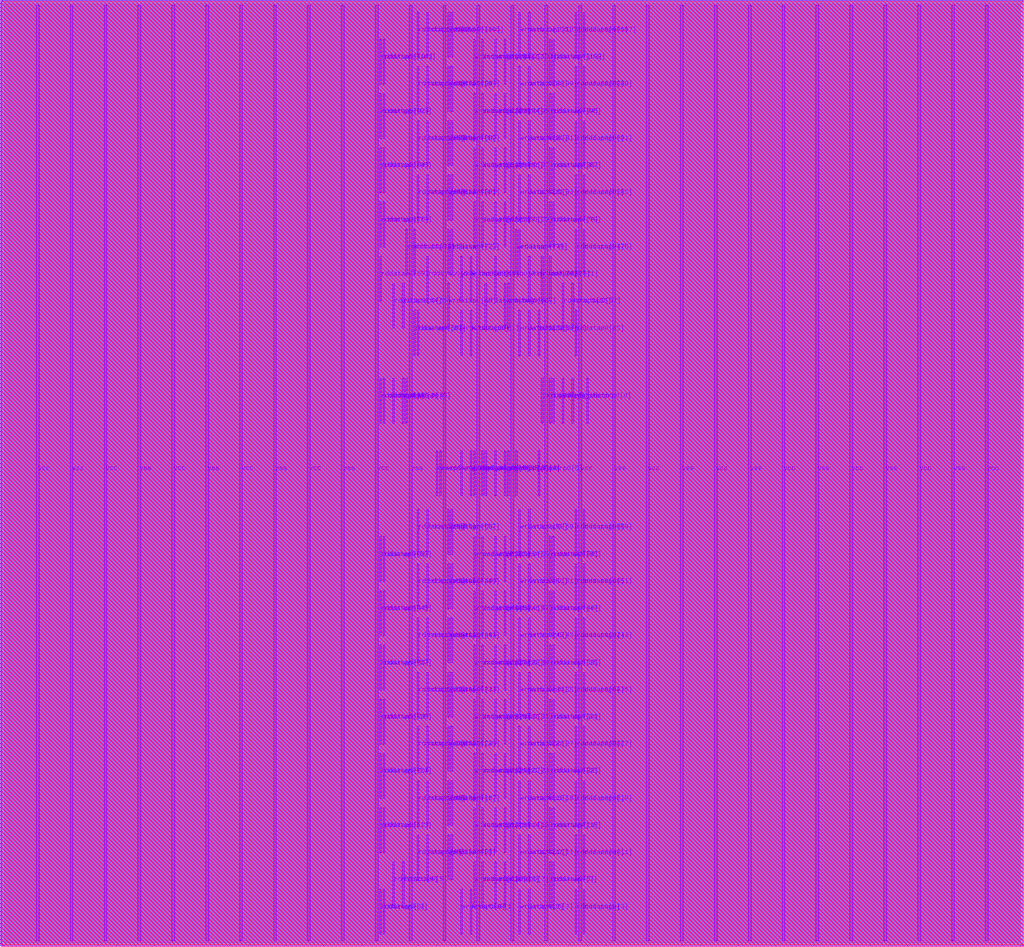
<source format=lef>
VERSION 5.8 ;
BUSBITCHARS "[]" ;
DIVIDERCHAR "/" ;

UNITS
  DATABASE MICRONS 4000 ;
END UNITS

MANUFACTURINGGRID 0.0005 ;

MACRO arf104b064e1r1w0cbbehbaa4acw
  CLASS BLOCK ;
  ORIGIN 0 0 ;
  FOREIGN arf104b064e1r1w0cbbehbaa4acw 0 0 ;
  SIZE 27 BY 24.96 ;
  PIN ckrdp0
    DIRECTION INPUT ;
    USE SIGNAL ;
    PORT
      LAYER m7 ;
        RECT 14.272 13.8 14.316 15 ;
    END
  END ckrdp0
  PIN ckwrp0
    DIRECTION INPUT ;
    USE SIGNAL ;
    PORT
      LAYER m7 ;
        RECT 11.484 11.88 11.528 13.08 ;
    END
  END ckwrp0
  PIN rdaddrp0[0]
    DIRECTION INPUT ;
    USE SIGNAL ;
    PORT
      LAYER m7 ;
        RECT 15.472 13.8 15.516 15 ;
    END
  END rdaddrp0[0]
  PIN rdaddrp0[1]
    DIRECTION INPUT ;
    USE SIGNAL ;
    PORT
      LAYER m7 ;
        RECT 9.984 13.8 10.028 15 ;
    END
  END rdaddrp0[1]
  PIN rdaddrp0[2]
    DIRECTION INPUT ;
    USE SIGNAL ;
    PORT
      LAYER m7 ;
        RECT 10.072 13.8 10.116 15 ;
    END
  END rdaddrp0[2]
  PIN rdaddrp0[3]
    DIRECTION INPUT ;
    USE SIGNAL ;
    PORT
      LAYER m7 ;
        RECT 10.328 13.8 10.372 15 ;
    END
  END rdaddrp0[3]
  PIN rdaddrp0[4]
    DIRECTION INPUT ;
    USE SIGNAL ;
    PORT
      LAYER m7 ;
        RECT 10.584 13.8 10.628 15 ;
    END
  END rdaddrp0[4]
  PIN rdaddrp0[5]
    DIRECTION INPUT ;
    USE SIGNAL ;
    PORT
      LAYER m7 ;
        RECT 10.672 13.8 10.716 15 ;
    END
  END rdaddrp0[5]
  PIN rdaddrp0_fd
    DIRECTION INPUT ;
    USE SIGNAL ;
    PORT
      LAYER m7 ;
        RECT 14.484 13.8 14.528 15 ;
    END
  END rdaddrp0_fd
  PIN rdaddrp0_rd
    DIRECTION INPUT ;
    USE SIGNAL ;
    PORT
      LAYER m7 ;
        RECT 14.572 13.8 14.616 15 ;
    END
  END rdaddrp0_rd
  PIN rddatap0[0]
    DIRECTION OUTPUT ;
    USE SIGNAL ;
    PORT
      LAYER m7 ;
        RECT 9.984 0.24 10.028 1.44 ;
    END
  END rddatap0[0]
  PIN rddatap0[100]
    DIRECTION OUTPUT ;
    USE SIGNAL ;
    PORT
      LAYER m7 ;
        RECT 9.984 22.8 10.028 24 ;
    END
  END rddatap0[100]
  PIN rddatap0[101]
    DIRECTION OUTPUT ;
    USE SIGNAL ;
    PORT
      LAYER m7 ;
        RECT 10.072 22.8 10.116 24 ;
    END
  END rddatap0[101]
  PIN rddatap0[102]
    DIRECTION OUTPUT ;
    USE SIGNAL ;
    PORT
      LAYER m7 ;
        RECT 14.484 22.8 14.528 24 ;
    END
  END rddatap0[102]
  PIN rddatap0[103]
    DIRECTION OUTPUT ;
    USE SIGNAL ;
    PORT
      LAYER m7 ;
        RECT 14.572 22.8 14.616 24 ;
    END
  END rddatap0[103]
  PIN rddatap0[104]
    DIRECTION OUTPUT ;
    USE SIGNAL ;
    PORT
      LAYER m7 ;
        RECT 10.972 23.52 11.016 24.72 ;
    END
  END rddatap0[104]
  PIN rddatap0[105]
    DIRECTION OUTPUT ;
    USE SIGNAL ;
    PORT
      LAYER m7 ;
        RECT 11.228 23.52 11.272 24.72 ;
    END
  END rddatap0[105]
  PIN rddatap0[106]
    DIRECTION OUTPUT ;
    USE SIGNAL ;
    PORT
      LAYER m7 ;
        RECT 15.172 23.52 15.216 24.72 ;
    END
  END rddatap0[106]
  PIN rddatap0[107]
    DIRECTION OUTPUT ;
    USE SIGNAL ;
    PORT
      LAYER m7 ;
        RECT 15.384 23.52 15.428 24.72 ;
    END
  END rddatap0[107]
  PIN rddatap0[10]
    DIRECTION OUTPUT ;
    USE SIGNAL ;
    PORT
      LAYER m7 ;
        RECT 15.172 1.68 15.216 2.88 ;
    END
  END rddatap0[10]
  PIN rddatap0[11]
    DIRECTION OUTPUT ;
    USE SIGNAL ;
    PORT
      LAYER m7 ;
        RECT 15.384 1.68 15.428 2.88 ;
    END
  END rddatap0[11]
  PIN rddatap0[12]
    DIRECTION OUTPUT ;
    USE SIGNAL ;
    PORT
      LAYER m7 ;
        RECT 9.984 2.4 10.028 3.6 ;
    END
  END rddatap0[12]
  PIN rddatap0[13]
    DIRECTION OUTPUT ;
    USE SIGNAL ;
    PORT
      LAYER m7 ;
        RECT 10.072 2.4 10.116 3.6 ;
    END
  END rddatap0[13]
  PIN rddatap0[14]
    DIRECTION OUTPUT ;
    USE SIGNAL ;
    PORT
      LAYER m7 ;
        RECT 14.484 2.4 14.528 3.6 ;
    END
  END rddatap0[14]
  PIN rddatap0[15]
    DIRECTION OUTPUT ;
    USE SIGNAL ;
    PORT
      LAYER m7 ;
        RECT 14.572 2.4 14.616 3.6 ;
    END
  END rddatap0[15]
  PIN rddatap0[16]
    DIRECTION OUTPUT ;
    USE SIGNAL ;
    PORT
      LAYER m7 ;
        RECT 10.972 3.12 11.016 4.32 ;
    END
  END rddatap0[16]
  PIN rddatap0[17]
    DIRECTION OUTPUT ;
    USE SIGNAL ;
    PORT
      LAYER m7 ;
        RECT 11.228 3.12 11.272 4.32 ;
    END
  END rddatap0[17]
  PIN rddatap0[18]
    DIRECTION OUTPUT ;
    USE SIGNAL ;
    PORT
      LAYER m7 ;
        RECT 15.172 3.12 15.216 4.32 ;
    END
  END rddatap0[18]
  PIN rddatap0[19]
    DIRECTION OUTPUT ;
    USE SIGNAL ;
    PORT
      LAYER m7 ;
        RECT 15.384 3.12 15.428 4.32 ;
    END
  END rddatap0[19]
  PIN rddatap0[1]
    DIRECTION OUTPUT ;
    USE SIGNAL ;
    PORT
      LAYER m7 ;
        RECT 10.072 0.24 10.116 1.44 ;
    END
  END rddatap0[1]
  PIN rddatap0[20]
    DIRECTION OUTPUT ;
    USE SIGNAL ;
    PORT
      LAYER m7 ;
        RECT 9.984 3.84 10.028 5.04 ;
    END
  END rddatap0[20]
  PIN rddatap0[21]
    DIRECTION OUTPUT ;
    USE SIGNAL ;
    PORT
      LAYER m7 ;
        RECT 10.072 3.84 10.116 5.04 ;
    END
  END rddatap0[21]
  PIN rddatap0[22]
    DIRECTION OUTPUT ;
    USE SIGNAL ;
    PORT
      LAYER m7 ;
        RECT 14.484 3.84 14.528 5.04 ;
    END
  END rddatap0[22]
  PIN rddatap0[23]
    DIRECTION OUTPUT ;
    USE SIGNAL ;
    PORT
      LAYER m7 ;
        RECT 14.572 3.84 14.616 5.04 ;
    END
  END rddatap0[23]
  PIN rddatap0[24]
    DIRECTION OUTPUT ;
    USE SIGNAL ;
    PORT
      LAYER m7 ;
        RECT 10.972 4.56 11.016 5.76 ;
    END
  END rddatap0[24]
  PIN rddatap0[25]
    DIRECTION OUTPUT ;
    USE SIGNAL ;
    PORT
      LAYER m7 ;
        RECT 11.228 4.56 11.272 5.76 ;
    END
  END rddatap0[25]
  PIN rddatap0[26]
    DIRECTION OUTPUT ;
    USE SIGNAL ;
    PORT
      LAYER m7 ;
        RECT 15.172 4.56 15.216 5.76 ;
    END
  END rddatap0[26]
  PIN rddatap0[27]
    DIRECTION OUTPUT ;
    USE SIGNAL ;
    PORT
      LAYER m7 ;
        RECT 15.384 4.56 15.428 5.76 ;
    END
  END rddatap0[27]
  PIN rddatap0[28]
    DIRECTION OUTPUT ;
    USE SIGNAL ;
    PORT
      LAYER m7 ;
        RECT 9.984 5.28 10.028 6.48 ;
    END
  END rddatap0[28]
  PIN rddatap0[29]
    DIRECTION OUTPUT ;
    USE SIGNAL ;
    PORT
      LAYER m7 ;
        RECT 10.072 5.28 10.116 6.48 ;
    END
  END rddatap0[29]
  PIN rddatap0[2]
    DIRECTION OUTPUT ;
    USE SIGNAL ;
    PORT
      LAYER m7 ;
        RECT 15.172 0.24 15.216 1.44 ;
    END
  END rddatap0[2]
  PIN rddatap0[30]
    DIRECTION OUTPUT ;
    USE SIGNAL ;
    PORT
      LAYER m7 ;
        RECT 14.484 5.28 14.528 6.48 ;
    END
  END rddatap0[30]
  PIN rddatap0[31]
    DIRECTION OUTPUT ;
    USE SIGNAL ;
    PORT
      LAYER m7 ;
        RECT 14.572 5.28 14.616 6.48 ;
    END
  END rddatap0[31]
  PIN rddatap0[32]
    DIRECTION OUTPUT ;
    USE SIGNAL ;
    PORT
      LAYER m7 ;
        RECT 10.972 6 11.016 7.2 ;
    END
  END rddatap0[32]
  PIN rddatap0[33]
    DIRECTION OUTPUT ;
    USE SIGNAL ;
    PORT
      LAYER m7 ;
        RECT 11.228 6 11.272 7.2 ;
    END
  END rddatap0[33]
  PIN rddatap0[34]
    DIRECTION OUTPUT ;
    USE SIGNAL ;
    PORT
      LAYER m7 ;
        RECT 15.172 6 15.216 7.2 ;
    END
  END rddatap0[34]
  PIN rddatap0[35]
    DIRECTION OUTPUT ;
    USE SIGNAL ;
    PORT
      LAYER m7 ;
        RECT 15.384 6 15.428 7.2 ;
    END
  END rddatap0[35]
  PIN rddatap0[36]
    DIRECTION OUTPUT ;
    USE SIGNAL ;
    PORT
      LAYER m7 ;
        RECT 9.984 6.72 10.028 7.92 ;
    END
  END rddatap0[36]
  PIN rddatap0[37]
    DIRECTION OUTPUT ;
    USE SIGNAL ;
    PORT
      LAYER m7 ;
        RECT 10.072 6.72 10.116 7.92 ;
    END
  END rddatap0[37]
  PIN rddatap0[38]
    DIRECTION OUTPUT ;
    USE SIGNAL ;
    PORT
      LAYER m7 ;
        RECT 14.484 6.72 14.528 7.92 ;
    END
  END rddatap0[38]
  PIN rddatap0[39]
    DIRECTION OUTPUT ;
    USE SIGNAL ;
    PORT
      LAYER m7 ;
        RECT 14.572 6.72 14.616 7.92 ;
    END
  END rddatap0[39]
  PIN rddatap0[3]
    DIRECTION OUTPUT ;
    USE SIGNAL ;
    PORT
      LAYER m7 ;
        RECT 15.384 0.24 15.428 1.44 ;
    END
  END rddatap0[3]
  PIN rddatap0[40]
    DIRECTION OUTPUT ;
    USE SIGNAL ;
    PORT
      LAYER m7 ;
        RECT 10.972 7.44 11.016 8.64 ;
    END
  END rddatap0[40]
  PIN rddatap0[41]
    DIRECTION OUTPUT ;
    USE SIGNAL ;
    PORT
      LAYER m7 ;
        RECT 11.228 7.44 11.272 8.64 ;
    END
  END rddatap0[41]
  PIN rddatap0[42]
    DIRECTION OUTPUT ;
    USE SIGNAL ;
    PORT
      LAYER m7 ;
        RECT 15.172 7.44 15.216 8.64 ;
    END
  END rddatap0[42]
  PIN rddatap0[43]
    DIRECTION OUTPUT ;
    USE SIGNAL ;
    PORT
      LAYER m7 ;
        RECT 15.384 7.44 15.428 8.64 ;
    END
  END rddatap0[43]
  PIN rddatap0[44]
    DIRECTION OUTPUT ;
    USE SIGNAL ;
    PORT
      LAYER m7 ;
        RECT 9.984 8.16 10.028 9.36 ;
    END
  END rddatap0[44]
  PIN rddatap0[45]
    DIRECTION OUTPUT ;
    USE SIGNAL ;
    PORT
      LAYER m7 ;
        RECT 10.072 8.16 10.116 9.36 ;
    END
  END rddatap0[45]
  PIN rddatap0[46]
    DIRECTION OUTPUT ;
    USE SIGNAL ;
    PORT
      LAYER m7 ;
        RECT 14.484 8.16 14.528 9.36 ;
    END
  END rddatap0[46]
  PIN rddatap0[47]
    DIRECTION OUTPUT ;
    USE SIGNAL ;
    PORT
      LAYER m7 ;
        RECT 14.572 8.16 14.616 9.36 ;
    END
  END rddatap0[47]
  PIN rddatap0[48]
    DIRECTION OUTPUT ;
    USE SIGNAL ;
    PORT
      LAYER m7 ;
        RECT 10.972 8.88 11.016 10.08 ;
    END
  END rddatap0[48]
  PIN rddatap0[49]
    DIRECTION OUTPUT ;
    USE SIGNAL ;
    PORT
      LAYER m7 ;
        RECT 11.228 8.88 11.272 10.08 ;
    END
  END rddatap0[49]
  PIN rddatap0[4]
    DIRECTION OUTPUT ;
    USE SIGNAL ;
    PORT
      LAYER m7 ;
        RECT 10.328 0.96 10.372 2.16 ;
    END
  END rddatap0[4]
  PIN rddatap0[50]
    DIRECTION OUTPUT ;
    USE SIGNAL ;
    PORT
      LAYER m7 ;
        RECT 15.172 8.88 15.216 10.08 ;
    END
  END rddatap0[50]
  PIN rddatap0[51]
    DIRECTION OUTPUT ;
    USE SIGNAL ;
    PORT
      LAYER m7 ;
        RECT 15.384 8.88 15.428 10.08 ;
    END
  END rddatap0[51]
  PIN rddatap0[52]
    DIRECTION OUTPUT ;
    USE SIGNAL ;
    PORT
      LAYER m7 ;
        RECT 9.984 9.6 10.028 10.8 ;
    END
  END rddatap0[52]
  PIN rddatap0[53]
    DIRECTION OUTPUT ;
    USE SIGNAL ;
    PORT
      LAYER m7 ;
        RECT 10.072 9.6 10.116 10.8 ;
    END
  END rddatap0[53]
  PIN rddatap0[54]
    DIRECTION OUTPUT ;
    USE SIGNAL ;
    PORT
      LAYER m7 ;
        RECT 14.484 9.6 14.528 10.8 ;
    END
  END rddatap0[54]
  PIN rddatap0[55]
    DIRECTION OUTPUT ;
    USE SIGNAL ;
    PORT
      LAYER m7 ;
        RECT 14.572 9.6 14.616 10.8 ;
    END
  END rddatap0[55]
  PIN rddatap0[56]
    DIRECTION OUTPUT ;
    USE SIGNAL ;
    PORT
      LAYER m7 ;
        RECT 10.972 10.32 11.016 11.52 ;
    END
  END rddatap0[56]
  PIN rddatap0[57]
    DIRECTION OUTPUT ;
    USE SIGNAL ;
    PORT
      LAYER m7 ;
        RECT 11.228 10.32 11.272 11.52 ;
    END
  END rddatap0[57]
  PIN rddatap0[58]
    DIRECTION OUTPUT ;
    USE SIGNAL ;
    PORT
      LAYER m7 ;
        RECT 15.172 10.32 15.216 11.52 ;
    END
  END rddatap0[58]
  PIN rddatap0[59]
    DIRECTION OUTPUT ;
    USE SIGNAL ;
    PORT
      LAYER m7 ;
        RECT 15.384 10.32 15.428 11.52 ;
    END
  END rddatap0[59]
  PIN rddatap0[5]
    DIRECTION OUTPUT ;
    USE SIGNAL ;
    PORT
      LAYER m7 ;
        RECT 10.584 0.96 10.628 2.16 ;
    END
  END rddatap0[5]
  PIN rddatap0[60]
    DIRECTION OUTPUT ;
    USE SIGNAL ;
    PORT
      LAYER m7 ;
        RECT 10.884 15.6 10.928 16.8 ;
    END
  END rddatap0[60]
  PIN rddatap0[61]
    DIRECTION OUTPUT ;
    USE SIGNAL ;
    PORT
      LAYER m7 ;
        RECT 10.972 15.6 11.016 16.8 ;
    END
  END rddatap0[61]
  PIN rddatap0[62]
    DIRECTION OUTPUT ;
    USE SIGNAL ;
    PORT
      LAYER m7 ;
        RECT 14.184 15.6 14.228 16.8 ;
    END
  END rddatap0[62]
  PIN rddatap0[63]
    DIRECTION OUTPUT ;
    USE SIGNAL ;
    PORT
      LAYER m7 ;
        RECT 15.172 15.6 15.216 16.8 ;
    END
  END rddatap0[63]
  PIN rddatap0[64]
    DIRECTION OUTPUT ;
    USE SIGNAL ;
    PORT
      LAYER m7 ;
        RECT 10.328 16.32 10.372 17.52 ;
    END
  END rddatap0[64]
  PIN rddatap0[65]
    DIRECTION OUTPUT ;
    USE SIGNAL ;
    PORT
      LAYER m7 ;
        RECT 10.584 16.32 10.628 17.52 ;
    END
  END rddatap0[65]
  PIN rddatap0[66]
    DIRECTION OUTPUT ;
    USE SIGNAL ;
    PORT
      LAYER m7 ;
        RECT 14.828 16.32 14.872 17.52 ;
    END
  END rddatap0[66]
  PIN rddatap0[67]
    DIRECTION OUTPUT ;
    USE SIGNAL ;
    PORT
      LAYER m7 ;
        RECT 15.084 16.32 15.128 17.52 ;
    END
  END rddatap0[67]
  PIN rddatap0[68]
    DIRECTION OUTPUT ;
    USE SIGNAL ;
    PORT
      LAYER m7 ;
        RECT 11.228 17.04 11.272 18.24 ;
    END
  END rddatap0[68]
  PIN rddatap0[69]
    DIRECTION OUTPUT ;
    USE SIGNAL ;
    PORT
      LAYER m7 ;
        RECT 9.984 17.04 10.028 18.24 ;
    END
  END rddatap0[69]
  PIN rddatap0[6]
    DIRECTION OUTPUT ;
    USE SIGNAL ;
    PORT
      LAYER m7 ;
        RECT 14.484 0.96 14.528 2.16 ;
    END
  END rddatap0[6]
  PIN rddatap0[70]
    DIRECTION OUTPUT ;
    USE SIGNAL ;
    PORT
      LAYER m7 ;
        RECT 14.272 17.04 14.316 18.24 ;
    END
  END rddatap0[70]
  PIN rddatap0[71]
    DIRECTION OUTPUT ;
    USE SIGNAL ;
    PORT
      LAYER m7 ;
        RECT 14.484 17.04 14.528 18.24 ;
    END
  END rddatap0[71]
  PIN rddatap0[72]
    DIRECTION OUTPUT ;
    USE SIGNAL ;
    PORT
      LAYER m7 ;
        RECT 10.672 17.76 10.716 18.96 ;
    END
  END rddatap0[72]
  PIN rddatap0[73]
    DIRECTION OUTPUT ;
    USE SIGNAL ;
    PORT
      LAYER m7 ;
        RECT 10.884 17.76 10.928 18.96 ;
    END
  END rddatap0[73]
  PIN rddatap0[74]
    DIRECTION OUTPUT ;
    USE SIGNAL ;
    PORT
      LAYER m7 ;
        RECT 15.172 17.76 15.216 18.96 ;
    END
  END rddatap0[74]
  PIN rddatap0[75]
    DIRECTION OUTPUT ;
    USE SIGNAL ;
    PORT
      LAYER m7 ;
        RECT 15.384 17.76 15.428 18.96 ;
    END
  END rddatap0[75]
  PIN rddatap0[76]
    DIRECTION OUTPUT ;
    USE SIGNAL ;
    PORT
      LAYER m7 ;
        RECT 9.984 18.48 10.028 19.68 ;
    END
  END rddatap0[76]
  PIN rddatap0[77]
    DIRECTION OUTPUT ;
    USE SIGNAL ;
    PORT
      LAYER m7 ;
        RECT 10.072 18.48 10.116 19.68 ;
    END
  END rddatap0[77]
  PIN rddatap0[78]
    DIRECTION OUTPUT ;
    USE SIGNAL ;
    PORT
      LAYER m7 ;
        RECT 14.484 18.48 14.528 19.68 ;
    END
  END rddatap0[78]
  PIN rddatap0[79]
    DIRECTION OUTPUT ;
    USE SIGNAL ;
    PORT
      LAYER m7 ;
        RECT 14.572 18.48 14.616 19.68 ;
    END
  END rddatap0[79]
  PIN rddatap0[7]
    DIRECTION OUTPUT ;
    USE SIGNAL ;
    PORT
      LAYER m7 ;
        RECT 14.572 0.96 14.616 2.16 ;
    END
  END rddatap0[7]
  PIN rddatap0[80]
    DIRECTION OUTPUT ;
    USE SIGNAL ;
    PORT
      LAYER m7 ;
        RECT 10.972 19.2 11.016 20.4 ;
    END
  END rddatap0[80]
  PIN rddatap0[81]
    DIRECTION OUTPUT ;
    USE SIGNAL ;
    PORT
      LAYER m7 ;
        RECT 11.228 19.2 11.272 20.4 ;
    END
  END rddatap0[81]
  PIN rddatap0[82]
    DIRECTION OUTPUT ;
    USE SIGNAL ;
    PORT
      LAYER m7 ;
        RECT 15.172 19.2 15.216 20.4 ;
    END
  END rddatap0[82]
  PIN rddatap0[83]
    DIRECTION OUTPUT ;
    USE SIGNAL ;
    PORT
      LAYER m7 ;
        RECT 15.384 19.2 15.428 20.4 ;
    END
  END rddatap0[83]
  PIN rddatap0[84]
    DIRECTION OUTPUT ;
    USE SIGNAL ;
    PORT
      LAYER m7 ;
        RECT 9.984 19.92 10.028 21.12 ;
    END
  END rddatap0[84]
  PIN rddatap0[85]
    DIRECTION OUTPUT ;
    USE SIGNAL ;
    PORT
      LAYER m7 ;
        RECT 10.072 19.92 10.116 21.12 ;
    END
  END rddatap0[85]
  PIN rddatap0[86]
    DIRECTION OUTPUT ;
    USE SIGNAL ;
    PORT
      LAYER m7 ;
        RECT 14.484 19.92 14.528 21.12 ;
    END
  END rddatap0[86]
  PIN rddatap0[87]
    DIRECTION OUTPUT ;
    USE SIGNAL ;
    PORT
      LAYER m7 ;
        RECT 14.572 19.92 14.616 21.12 ;
    END
  END rddatap0[87]
  PIN rddatap0[88]
    DIRECTION OUTPUT ;
    USE SIGNAL ;
    PORT
      LAYER m7 ;
        RECT 10.972 20.64 11.016 21.84 ;
    END
  END rddatap0[88]
  PIN rddatap0[89]
    DIRECTION OUTPUT ;
    USE SIGNAL ;
    PORT
      LAYER m7 ;
        RECT 11.228 20.64 11.272 21.84 ;
    END
  END rddatap0[89]
  PIN rddatap0[8]
    DIRECTION OUTPUT ;
    USE SIGNAL ;
    PORT
      LAYER m7 ;
        RECT 10.972 1.68 11.016 2.88 ;
    END
  END rddatap0[8]
  PIN rddatap0[90]
    DIRECTION OUTPUT ;
    USE SIGNAL ;
    PORT
      LAYER m7 ;
        RECT 15.172 20.64 15.216 21.84 ;
    END
  END rddatap0[90]
  PIN rddatap0[91]
    DIRECTION OUTPUT ;
    USE SIGNAL ;
    PORT
      LAYER m7 ;
        RECT 15.384 20.64 15.428 21.84 ;
    END
  END rddatap0[91]
  PIN rddatap0[92]
    DIRECTION OUTPUT ;
    USE SIGNAL ;
    PORT
      LAYER m7 ;
        RECT 9.984 21.36 10.028 22.56 ;
    END
  END rddatap0[92]
  PIN rddatap0[93]
    DIRECTION OUTPUT ;
    USE SIGNAL ;
    PORT
      LAYER m7 ;
        RECT 10.072 21.36 10.116 22.56 ;
    END
  END rddatap0[93]
  PIN rddatap0[94]
    DIRECTION OUTPUT ;
    USE SIGNAL ;
    PORT
      LAYER m7 ;
        RECT 14.484 21.36 14.528 22.56 ;
    END
  END rddatap0[94]
  PIN rddatap0[95]
    DIRECTION OUTPUT ;
    USE SIGNAL ;
    PORT
      LAYER m7 ;
        RECT 14.572 21.36 14.616 22.56 ;
    END
  END rddatap0[95]
  PIN rddatap0[96]
    DIRECTION OUTPUT ;
    USE SIGNAL ;
    PORT
      LAYER m7 ;
        RECT 10.972 22.08 11.016 23.28 ;
    END
  END rddatap0[96]
  PIN rddatap0[97]
    DIRECTION OUTPUT ;
    USE SIGNAL ;
    PORT
      LAYER m7 ;
        RECT 11.228 22.08 11.272 23.28 ;
    END
  END rddatap0[97]
  PIN rddatap0[98]
    DIRECTION OUTPUT ;
    USE SIGNAL ;
    PORT
      LAYER m7 ;
        RECT 15.172 22.08 15.216 23.28 ;
    END
  END rddatap0[98]
  PIN rddatap0[99]
    DIRECTION OUTPUT ;
    USE SIGNAL ;
    PORT
      LAYER m7 ;
        RECT 15.384 22.08 15.428 23.28 ;
    END
  END rddatap0[99]
  PIN rddatap0[9]
    DIRECTION OUTPUT ;
    USE SIGNAL ;
    PORT
      LAYER m7 ;
        RECT 11.228 1.68 11.272 2.88 ;
    END
  END rddatap0[9]
  PIN rdenp0
    DIRECTION INPUT ;
    USE SIGNAL ;
    PORT
      LAYER m7 ;
        RECT 14.828 13.8 14.872 15 ;
    END
  END rdenp0
  PIN sdl_initp0
    DIRECTION INPUT ;
    USE SIGNAL ;
    PORT
      LAYER m7 ;
        RECT 15.084 13.8 15.128 15 ;
    END
  END sdl_initp0
  PIN vcc
    DIRECTION INPUT ;
    USE POWER ;
    PORT
      LAYER m7 ;
        RECT 26.062 0.06 26.138 24.9 ;
    END
    PORT
      LAYER m7 ;
        RECT 24.262 0.06 24.338 24.9 ;
    END
    PORT
      LAYER m7 ;
        RECT 22.462 0.06 22.538 24.9 ;
    END
    PORT
      LAYER m7 ;
        RECT 20.662 0.06 20.738 24.9 ;
    END
    PORT
      LAYER m7 ;
        RECT 18.862 0.06 18.938 24.9 ;
    END
    PORT
      LAYER m7 ;
        RECT 17.062 0.06 17.138 24.9 ;
    END
    PORT
      LAYER m7 ;
        RECT 15.262 0.06 15.338 24.9 ;
    END
    PORT
      LAYER m7 ;
        RECT 13.462 0.06 13.538 24.9 ;
    END
    PORT
      LAYER m7 ;
        RECT 11.662 0.06 11.738 24.9 ;
    END
    PORT
      LAYER m7 ;
        RECT 9.862 0.06 9.938 24.9 ;
    END
    PORT
      LAYER m7 ;
        RECT 8.062 0.06 8.138 24.9 ;
    END
    PORT
      LAYER m7 ;
        RECT 6.262 0.06 6.338 24.9 ;
    END
    PORT
      LAYER m7 ;
        RECT 4.462 0.06 4.538 24.9 ;
    END
    PORT
      LAYER m7 ;
        RECT 2.662 0.06 2.738 24.9 ;
    END
    PORT
      LAYER m7 ;
        RECT 0.862 0.06 0.938 24.9 ;
    END
  END vcc
  PIN vss
    DIRECTION INOUT ;
    USE GROUND ;
    PORT
      LAYER m7 ;
        RECT 25.162 0.06 25.238 24.9 ;
    END
    PORT
      LAYER m7 ;
        RECT 23.362 0.06 23.438 24.9 ;
    END
    PORT
      LAYER m7 ;
        RECT 21.562 0.06 21.638 24.9 ;
    END
    PORT
      LAYER m7 ;
        RECT 19.762 0.06 19.838 24.9 ;
    END
    PORT
      LAYER m7 ;
        RECT 17.962 0.06 18.038 24.9 ;
    END
    PORT
      LAYER m7 ;
        RECT 16.162 0.06 16.238 24.9 ;
    END
    PORT
      LAYER m7 ;
        RECT 14.362 0.06 14.438 24.9 ;
    END
    PORT
      LAYER m7 ;
        RECT 12.562 0.06 12.638 24.9 ;
    END
    PORT
      LAYER m7 ;
        RECT 10.762 0.06 10.838 24.9 ;
    END
    PORT
      LAYER m7 ;
        RECT 8.962 0.06 9.038 24.9 ;
    END
    PORT
      LAYER m7 ;
        RECT 7.162 0.06 7.238 24.9 ;
    END
    PORT
      LAYER m7 ;
        RECT 5.362 0.06 5.438 24.9 ;
    END
    PORT
      LAYER m7 ;
        RECT 3.562 0.06 3.638 24.9 ;
    END
    PORT
      LAYER m7 ;
        RECT 1.762 0.06 1.838 24.9 ;
    END
  END vss
  PIN wraddrp0[0]
    DIRECTION INPUT ;
    USE SIGNAL ;
    PORT
      LAYER m7 ;
        RECT 12.772 11.88 12.816 13.08 ;
    END
  END wraddrp0[0]
  PIN wraddrp0[1]
    DIRECTION INPUT ;
    USE SIGNAL ;
    PORT
      LAYER m7 ;
        RECT 13.028 11.88 13.072 13.08 ;
    END
  END wraddrp0[1]
  PIN wraddrp0[2]
    DIRECTION INPUT ;
    USE SIGNAL ;
    PORT
      LAYER m7 ;
        RECT 13.284 11.88 13.328 13.08 ;
    END
  END wraddrp0[2]
  PIN wraddrp0[3]
    DIRECTION INPUT ;
    USE SIGNAL ;
    PORT
      LAYER m7 ;
        RECT 13.372 11.88 13.416 13.08 ;
    END
  END wraddrp0[3]
  PIN wraddrp0[4]
    DIRECTION INPUT ;
    USE SIGNAL ;
    PORT
      LAYER m7 ;
        RECT 13.584 11.88 13.628 13.08 ;
    END
  END wraddrp0[4]
  PIN wraddrp0[5]
    DIRECTION INPUT ;
    USE SIGNAL ;
    PORT
      LAYER m7 ;
        RECT 14.184 11.88 14.228 13.08 ;
    END
  END wraddrp0[5]
  PIN wraddrp0_fd
    DIRECTION INPUT ;
    USE SIGNAL ;
    PORT
      LAYER m7 ;
        RECT 11.572 11.88 11.616 13.08 ;
    END
  END wraddrp0_fd
  PIN wraddrp0_rd
    DIRECTION INPUT ;
    USE SIGNAL ;
    PORT
      LAYER m7 ;
        RECT 12.128 11.88 12.172 13.08 ;
    END
  END wraddrp0_rd
  PIN wrdatap0[0]
    DIRECTION INPUT ;
    USE SIGNAL ;
    PORT
      LAYER m7 ;
        RECT 12.128 0.24 12.172 1.44 ;
    END
  END wrdatap0[0]
  PIN wrdatap0[100]
    DIRECTION INPUT ;
    USE SIGNAL ;
    PORT
      LAYER m7 ;
        RECT 12.472 22.8 12.516 24 ;
    END
  END wrdatap0[100]
  PIN wrdatap0[101]
    DIRECTION INPUT ;
    USE SIGNAL ;
    PORT
      LAYER m7 ;
        RECT 12.684 22.8 12.728 24 ;
    END
  END wrdatap0[101]
  PIN wrdatap0[102]
    DIRECTION INPUT ;
    USE SIGNAL ;
    PORT
      LAYER m7 ;
        RECT 13.028 22.8 13.072 24 ;
    END
  END wrdatap0[102]
  PIN wrdatap0[103]
    DIRECTION INPUT ;
    USE SIGNAL ;
    PORT
      LAYER m7 ;
        RECT 13.284 22.8 13.328 24 ;
    END
  END wrdatap0[103]
  PIN wrdatap0[104]
    DIRECTION INPUT ;
    USE SIGNAL ;
    PORT
      LAYER m7 ;
        RECT 11.784 23.52 11.828 24.72 ;
    END
  END wrdatap0[104]
  PIN wrdatap0[105]
    DIRECTION INPUT ;
    USE SIGNAL ;
    PORT
      LAYER m7 ;
        RECT 11.872 23.52 11.916 24.72 ;
    END
  END wrdatap0[105]
  PIN wrdatap0[106]
    DIRECTION INPUT ;
    USE SIGNAL ;
    PORT
      LAYER m7 ;
        RECT 13.672 23.52 13.716 24.72 ;
    END
  END wrdatap0[106]
  PIN wrdatap0[107]
    DIRECTION INPUT ;
    USE SIGNAL ;
    PORT
      LAYER m7 ;
        RECT 13.928 23.52 13.972 24.72 ;
    END
  END wrdatap0[107]
  PIN wrdatap0[10]
    DIRECTION INPUT ;
    USE SIGNAL ;
    PORT
      LAYER m7 ;
        RECT 13.672 1.68 13.716 2.88 ;
    END
  END wrdatap0[10]
  PIN wrdatap0[11]
    DIRECTION INPUT ;
    USE SIGNAL ;
    PORT
      LAYER m7 ;
        RECT 13.928 1.68 13.972 2.88 ;
    END
  END wrdatap0[11]
  PIN wrdatap0[12]
    DIRECTION INPUT ;
    USE SIGNAL ;
    PORT
      LAYER m7 ;
        RECT 12.472 2.4 12.516 3.6 ;
    END
  END wrdatap0[12]
  PIN wrdatap0[13]
    DIRECTION INPUT ;
    USE SIGNAL ;
    PORT
      LAYER m7 ;
        RECT 12.684 2.4 12.728 3.6 ;
    END
  END wrdatap0[13]
  PIN wrdatap0[14]
    DIRECTION INPUT ;
    USE SIGNAL ;
    PORT
      LAYER m7 ;
        RECT 13.028 2.4 13.072 3.6 ;
    END
  END wrdatap0[14]
  PIN wrdatap0[15]
    DIRECTION INPUT ;
    USE SIGNAL ;
    PORT
      LAYER m7 ;
        RECT 13.284 2.4 13.328 3.6 ;
    END
  END wrdatap0[15]
  PIN wrdatap0[16]
    DIRECTION INPUT ;
    USE SIGNAL ;
    PORT
      LAYER m7 ;
        RECT 11.784 3.12 11.828 4.32 ;
    END
  END wrdatap0[16]
  PIN wrdatap0[17]
    DIRECTION INPUT ;
    USE SIGNAL ;
    PORT
      LAYER m7 ;
        RECT 11.872 3.12 11.916 4.32 ;
    END
  END wrdatap0[17]
  PIN wrdatap0[18]
    DIRECTION INPUT ;
    USE SIGNAL ;
    PORT
      LAYER m7 ;
        RECT 13.672 3.12 13.716 4.32 ;
    END
  END wrdatap0[18]
  PIN wrdatap0[19]
    DIRECTION INPUT ;
    USE SIGNAL ;
    PORT
      LAYER m7 ;
        RECT 13.928 3.12 13.972 4.32 ;
    END
  END wrdatap0[19]
  PIN wrdatap0[1]
    DIRECTION INPUT ;
    USE SIGNAL ;
    PORT
      LAYER m7 ;
        RECT 12.384 0.24 12.428 1.44 ;
    END
  END wrdatap0[1]
  PIN wrdatap0[20]
    DIRECTION INPUT ;
    USE SIGNAL ;
    PORT
      LAYER m7 ;
        RECT 12.472 3.84 12.516 5.04 ;
    END
  END wrdatap0[20]
  PIN wrdatap0[21]
    DIRECTION INPUT ;
    USE SIGNAL ;
    PORT
      LAYER m7 ;
        RECT 12.684 3.84 12.728 5.04 ;
    END
  END wrdatap0[21]
  PIN wrdatap0[22]
    DIRECTION INPUT ;
    USE SIGNAL ;
    PORT
      LAYER m7 ;
        RECT 13.028 3.84 13.072 5.04 ;
    END
  END wrdatap0[22]
  PIN wrdatap0[23]
    DIRECTION INPUT ;
    USE SIGNAL ;
    PORT
      LAYER m7 ;
        RECT 13.284 3.84 13.328 5.04 ;
    END
  END wrdatap0[23]
  PIN wrdatap0[24]
    DIRECTION INPUT ;
    USE SIGNAL ;
    PORT
      LAYER m7 ;
        RECT 11.784 4.56 11.828 5.76 ;
    END
  END wrdatap0[24]
  PIN wrdatap0[25]
    DIRECTION INPUT ;
    USE SIGNAL ;
    PORT
      LAYER m7 ;
        RECT 11.872 4.56 11.916 5.76 ;
    END
  END wrdatap0[25]
  PIN wrdatap0[26]
    DIRECTION INPUT ;
    USE SIGNAL ;
    PORT
      LAYER m7 ;
        RECT 13.672 4.56 13.716 5.76 ;
    END
  END wrdatap0[26]
  PIN wrdatap0[27]
    DIRECTION INPUT ;
    USE SIGNAL ;
    PORT
      LAYER m7 ;
        RECT 13.928 4.56 13.972 5.76 ;
    END
  END wrdatap0[27]
  PIN wrdatap0[28]
    DIRECTION INPUT ;
    USE SIGNAL ;
    PORT
      LAYER m7 ;
        RECT 12.472 5.28 12.516 6.48 ;
    END
  END wrdatap0[28]
  PIN wrdatap0[29]
    DIRECTION INPUT ;
    USE SIGNAL ;
    PORT
      LAYER m7 ;
        RECT 12.684 5.28 12.728 6.48 ;
    END
  END wrdatap0[29]
  PIN wrdatap0[2]
    DIRECTION INPUT ;
    USE SIGNAL ;
    PORT
      LAYER m7 ;
        RECT 13.672 0.24 13.716 1.44 ;
    END
  END wrdatap0[2]
  PIN wrdatap0[30]
    DIRECTION INPUT ;
    USE SIGNAL ;
    PORT
      LAYER m7 ;
        RECT 13.028 5.28 13.072 6.48 ;
    END
  END wrdatap0[30]
  PIN wrdatap0[31]
    DIRECTION INPUT ;
    USE SIGNAL ;
    PORT
      LAYER m7 ;
        RECT 13.284 5.28 13.328 6.48 ;
    END
  END wrdatap0[31]
  PIN wrdatap0[32]
    DIRECTION INPUT ;
    USE SIGNAL ;
    PORT
      LAYER m7 ;
        RECT 11.784 6 11.828 7.2 ;
    END
  END wrdatap0[32]
  PIN wrdatap0[33]
    DIRECTION INPUT ;
    USE SIGNAL ;
    PORT
      LAYER m7 ;
        RECT 11.872 6 11.916 7.2 ;
    END
  END wrdatap0[33]
  PIN wrdatap0[34]
    DIRECTION INPUT ;
    USE SIGNAL ;
    PORT
      LAYER m7 ;
        RECT 13.672 6 13.716 7.2 ;
    END
  END wrdatap0[34]
  PIN wrdatap0[35]
    DIRECTION INPUT ;
    USE SIGNAL ;
    PORT
      LAYER m7 ;
        RECT 13.928 6 13.972 7.2 ;
    END
  END wrdatap0[35]
  PIN wrdatap0[36]
    DIRECTION INPUT ;
    USE SIGNAL ;
    PORT
      LAYER m7 ;
        RECT 12.472 6.72 12.516 7.92 ;
    END
  END wrdatap0[36]
  PIN wrdatap0[37]
    DIRECTION INPUT ;
    USE SIGNAL ;
    PORT
      LAYER m7 ;
        RECT 12.684 6.72 12.728 7.92 ;
    END
  END wrdatap0[37]
  PIN wrdatap0[38]
    DIRECTION INPUT ;
    USE SIGNAL ;
    PORT
      LAYER m7 ;
        RECT 13.028 6.72 13.072 7.92 ;
    END
  END wrdatap0[38]
  PIN wrdatap0[39]
    DIRECTION INPUT ;
    USE SIGNAL ;
    PORT
      LAYER m7 ;
        RECT 13.284 6.72 13.328 7.92 ;
    END
  END wrdatap0[39]
  PIN wrdatap0[3]
    DIRECTION INPUT ;
    USE SIGNAL ;
    PORT
      LAYER m7 ;
        RECT 13.928 0.24 13.972 1.44 ;
    END
  END wrdatap0[3]
  PIN wrdatap0[40]
    DIRECTION INPUT ;
    USE SIGNAL ;
    PORT
      LAYER m7 ;
        RECT 11.784 7.44 11.828 8.64 ;
    END
  END wrdatap0[40]
  PIN wrdatap0[41]
    DIRECTION INPUT ;
    USE SIGNAL ;
    PORT
      LAYER m7 ;
        RECT 11.872 7.44 11.916 8.64 ;
    END
  END wrdatap0[41]
  PIN wrdatap0[42]
    DIRECTION INPUT ;
    USE SIGNAL ;
    PORT
      LAYER m7 ;
        RECT 13.672 7.44 13.716 8.64 ;
    END
  END wrdatap0[42]
  PIN wrdatap0[43]
    DIRECTION INPUT ;
    USE SIGNAL ;
    PORT
      LAYER m7 ;
        RECT 13.928 7.44 13.972 8.64 ;
    END
  END wrdatap0[43]
  PIN wrdatap0[44]
    DIRECTION INPUT ;
    USE SIGNAL ;
    PORT
      LAYER m7 ;
        RECT 12.472 8.16 12.516 9.36 ;
    END
  END wrdatap0[44]
  PIN wrdatap0[45]
    DIRECTION INPUT ;
    USE SIGNAL ;
    PORT
      LAYER m7 ;
        RECT 12.684 8.16 12.728 9.36 ;
    END
  END wrdatap0[45]
  PIN wrdatap0[46]
    DIRECTION INPUT ;
    USE SIGNAL ;
    PORT
      LAYER m7 ;
        RECT 13.028 8.16 13.072 9.36 ;
    END
  END wrdatap0[46]
  PIN wrdatap0[47]
    DIRECTION INPUT ;
    USE SIGNAL ;
    PORT
      LAYER m7 ;
        RECT 13.284 8.16 13.328 9.36 ;
    END
  END wrdatap0[47]
  PIN wrdatap0[48]
    DIRECTION INPUT ;
    USE SIGNAL ;
    PORT
      LAYER m7 ;
        RECT 11.784 8.88 11.828 10.08 ;
    END
  END wrdatap0[48]
  PIN wrdatap0[49]
    DIRECTION INPUT ;
    USE SIGNAL ;
    PORT
      LAYER m7 ;
        RECT 11.872 8.88 11.916 10.08 ;
    END
  END wrdatap0[49]
  PIN wrdatap0[4]
    DIRECTION INPUT ;
    USE SIGNAL ;
    PORT
      LAYER m7 ;
        RECT 12.472 0.96 12.516 2.16 ;
    END
  END wrdatap0[4]
  PIN wrdatap0[50]
    DIRECTION INPUT ;
    USE SIGNAL ;
    PORT
      LAYER m7 ;
        RECT 13.672 8.88 13.716 10.08 ;
    END
  END wrdatap0[50]
  PIN wrdatap0[51]
    DIRECTION INPUT ;
    USE SIGNAL ;
    PORT
      LAYER m7 ;
        RECT 13.928 8.88 13.972 10.08 ;
    END
  END wrdatap0[51]
  PIN wrdatap0[52]
    DIRECTION INPUT ;
    USE SIGNAL ;
    PORT
      LAYER m7 ;
        RECT 12.472 9.6 12.516 10.8 ;
    END
  END wrdatap0[52]
  PIN wrdatap0[53]
    DIRECTION INPUT ;
    USE SIGNAL ;
    PORT
      LAYER m7 ;
        RECT 12.684 9.6 12.728 10.8 ;
    END
  END wrdatap0[53]
  PIN wrdatap0[54]
    DIRECTION INPUT ;
    USE SIGNAL ;
    PORT
      LAYER m7 ;
        RECT 13.028 9.6 13.072 10.8 ;
    END
  END wrdatap0[54]
  PIN wrdatap0[55]
    DIRECTION INPUT ;
    USE SIGNAL ;
    PORT
      LAYER m7 ;
        RECT 13.284 9.6 13.328 10.8 ;
    END
  END wrdatap0[55]
  PIN wrdatap0[56]
    DIRECTION INPUT ;
    USE SIGNAL ;
    PORT
      LAYER m7 ;
        RECT 11.784 10.32 11.828 11.52 ;
    END
  END wrdatap0[56]
  PIN wrdatap0[57]
    DIRECTION INPUT ;
    USE SIGNAL ;
    PORT
      LAYER m7 ;
        RECT 11.872 10.32 11.916 11.52 ;
    END
  END wrdatap0[57]
  PIN wrdatap0[58]
    DIRECTION INPUT ;
    USE SIGNAL ;
    PORT
      LAYER m7 ;
        RECT 13.672 10.32 13.716 11.52 ;
    END
  END wrdatap0[58]
  PIN wrdatap0[59]
    DIRECTION INPUT ;
    USE SIGNAL ;
    PORT
      LAYER m7 ;
        RECT 13.928 10.32 13.972 11.52 ;
    END
  END wrdatap0[59]
  PIN wrdatap0[5]
    DIRECTION INPUT ;
    USE SIGNAL ;
    PORT
      LAYER m7 ;
        RECT 12.684 0.96 12.728 2.16 ;
    END
  END wrdatap0[5]
  PIN wrdatap0[60]
    DIRECTION INPUT ;
    USE SIGNAL ;
    PORT
      LAYER m7 ;
        RECT 12.128 15.6 12.172 16.8 ;
    END
  END wrdatap0[60]
  PIN wrdatap0[61]
    DIRECTION INPUT ;
    USE SIGNAL ;
    PORT
      LAYER m7 ;
        RECT 12.384 15.6 12.428 16.8 ;
    END
  END wrdatap0[61]
  PIN wrdatap0[62]
    DIRECTION INPUT ;
    USE SIGNAL ;
    PORT
      LAYER m7 ;
        RECT 13.672 15.6 13.716 16.8 ;
    END
  END wrdatap0[62]
  PIN wrdatap0[63]
    DIRECTION INPUT ;
    USE SIGNAL ;
    PORT
      LAYER m7 ;
        RECT 13.928 15.6 13.972 16.8 ;
    END
  END wrdatap0[63]
  PIN wrdatap0[64]
    DIRECTION INPUT ;
    USE SIGNAL ;
    PORT
      LAYER m7 ;
        RECT 12.772 16.32 12.816 17.52 ;
    END
  END wrdatap0[64]
  PIN wrdatap0[65]
    DIRECTION INPUT ;
    USE SIGNAL ;
    PORT
      LAYER m7 ;
        RECT 11.784 16.32 11.828 17.52 ;
    END
  END wrdatap0[65]
  PIN wrdatap0[66]
    DIRECTION INPUT ;
    USE SIGNAL ;
    PORT
      LAYER m7 ;
        RECT 13.284 16.32 13.328 17.52 ;
    END
  END wrdatap0[66]
  PIN wrdatap0[67]
    DIRECTION INPUT ;
    USE SIGNAL ;
    PORT
      LAYER m7 ;
        RECT 13.372 16.32 13.416 17.52 ;
    END
  END wrdatap0[67]
  PIN wrdatap0[68]
    DIRECTION INPUT ;
    USE SIGNAL ;
    PORT
      LAYER m7 ;
        RECT 12.128 17.04 12.172 18.24 ;
    END
  END wrdatap0[68]
  PIN wrdatap0[69]
    DIRECTION INPUT ;
    USE SIGNAL ;
    PORT
      LAYER m7 ;
        RECT 12.384 17.04 12.428 18.24 ;
    END
  END wrdatap0[69]
  PIN wrdatap0[6]
    DIRECTION INPUT ;
    USE SIGNAL ;
    PORT
      LAYER m7 ;
        RECT 13.028 0.96 13.072 2.16 ;
    END
  END wrdatap0[6]
  PIN wrdatap0[70]
    DIRECTION INPUT ;
    USE SIGNAL ;
    PORT
      LAYER m7 ;
        RECT 13.928 17.04 13.972 18.24 ;
    END
  END wrdatap0[70]
  PIN wrdatap0[71]
    DIRECTION INPUT ;
    USE SIGNAL ;
    PORT
      LAYER m7 ;
        RECT 13.028 17.04 13.072 18.24 ;
    END
  END wrdatap0[71]
  PIN wrdatap0[72]
    DIRECTION INPUT ;
    USE SIGNAL ;
    PORT
      LAYER m7 ;
        RECT 11.784 17.76 11.828 18.96 ;
    END
  END wrdatap0[72]
  PIN wrdatap0[73]
    DIRECTION INPUT ;
    USE SIGNAL ;
    PORT
      LAYER m7 ;
        RECT 11.872 17.76 11.916 18.96 ;
    END
  END wrdatap0[73]
  PIN wrdatap0[74]
    DIRECTION INPUT ;
    USE SIGNAL ;
    PORT
      LAYER m7 ;
        RECT 13.584 17.76 13.628 18.96 ;
    END
  END wrdatap0[74]
  PIN wrdatap0[75]
    DIRECTION INPUT ;
    USE SIGNAL ;
    PORT
      LAYER m7 ;
        RECT 13.672 17.76 13.716 18.96 ;
    END
  END wrdatap0[75]
  PIN wrdatap0[76]
    DIRECTION INPUT ;
    USE SIGNAL ;
    PORT
      LAYER m7 ;
        RECT 12.472 18.48 12.516 19.68 ;
    END
  END wrdatap0[76]
  PIN wrdatap0[77]
    DIRECTION INPUT ;
    USE SIGNAL ;
    PORT
      LAYER m7 ;
        RECT 12.684 18.48 12.728 19.68 ;
    END
  END wrdatap0[77]
  PIN wrdatap0[78]
    DIRECTION INPUT ;
    USE SIGNAL ;
    PORT
      LAYER m7 ;
        RECT 13.028 18.48 13.072 19.68 ;
    END
  END wrdatap0[78]
  PIN wrdatap0[79]
    DIRECTION INPUT ;
    USE SIGNAL ;
    PORT
      LAYER m7 ;
        RECT 13.284 18.48 13.328 19.68 ;
    END
  END wrdatap0[79]
  PIN wrdatap0[7]
    DIRECTION INPUT ;
    USE SIGNAL ;
    PORT
      LAYER m7 ;
        RECT 13.284 0.96 13.328 2.16 ;
    END
  END wrdatap0[7]
  PIN wrdatap0[80]
    DIRECTION INPUT ;
    USE SIGNAL ;
    PORT
      LAYER m7 ;
        RECT 11.784 19.2 11.828 20.4 ;
    END
  END wrdatap0[80]
  PIN wrdatap0[81]
    DIRECTION INPUT ;
    USE SIGNAL ;
    PORT
      LAYER m7 ;
        RECT 11.872 19.2 11.916 20.4 ;
    END
  END wrdatap0[81]
  PIN wrdatap0[82]
    DIRECTION INPUT ;
    USE SIGNAL ;
    PORT
      LAYER m7 ;
        RECT 13.672 19.2 13.716 20.4 ;
    END
  END wrdatap0[82]
  PIN wrdatap0[83]
    DIRECTION INPUT ;
    USE SIGNAL ;
    PORT
      LAYER m7 ;
        RECT 13.928 19.2 13.972 20.4 ;
    END
  END wrdatap0[83]
  PIN wrdatap0[84]
    DIRECTION INPUT ;
    USE SIGNAL ;
    PORT
      LAYER m7 ;
        RECT 12.472 19.92 12.516 21.12 ;
    END
  END wrdatap0[84]
  PIN wrdatap0[85]
    DIRECTION INPUT ;
    USE SIGNAL ;
    PORT
      LAYER m7 ;
        RECT 12.684 19.92 12.728 21.12 ;
    END
  END wrdatap0[85]
  PIN wrdatap0[86]
    DIRECTION INPUT ;
    USE SIGNAL ;
    PORT
      LAYER m7 ;
        RECT 13.028 19.92 13.072 21.12 ;
    END
  END wrdatap0[86]
  PIN wrdatap0[87]
    DIRECTION INPUT ;
    USE SIGNAL ;
    PORT
      LAYER m7 ;
        RECT 13.284 19.92 13.328 21.12 ;
    END
  END wrdatap0[87]
  PIN wrdatap0[88]
    DIRECTION INPUT ;
    USE SIGNAL ;
    PORT
      LAYER m7 ;
        RECT 11.784 20.64 11.828 21.84 ;
    END
  END wrdatap0[88]
  PIN wrdatap0[89]
    DIRECTION INPUT ;
    USE SIGNAL ;
    PORT
      LAYER m7 ;
        RECT 11.872 20.64 11.916 21.84 ;
    END
  END wrdatap0[89]
  PIN wrdatap0[8]
    DIRECTION INPUT ;
    USE SIGNAL ;
    PORT
      LAYER m7 ;
        RECT 11.784 1.68 11.828 2.88 ;
    END
  END wrdatap0[8]
  PIN wrdatap0[90]
    DIRECTION INPUT ;
    USE SIGNAL ;
    PORT
      LAYER m7 ;
        RECT 13.672 20.64 13.716 21.84 ;
    END
  END wrdatap0[90]
  PIN wrdatap0[91]
    DIRECTION INPUT ;
    USE SIGNAL ;
    PORT
      LAYER m7 ;
        RECT 13.928 20.64 13.972 21.84 ;
    END
  END wrdatap0[91]
  PIN wrdatap0[92]
    DIRECTION INPUT ;
    USE SIGNAL ;
    PORT
      LAYER m7 ;
        RECT 12.472 21.36 12.516 22.56 ;
    END
  END wrdatap0[92]
  PIN wrdatap0[93]
    DIRECTION INPUT ;
    USE SIGNAL ;
    PORT
      LAYER m7 ;
        RECT 12.684 21.36 12.728 22.56 ;
    END
  END wrdatap0[93]
  PIN wrdatap0[94]
    DIRECTION INPUT ;
    USE SIGNAL ;
    PORT
      LAYER m7 ;
        RECT 13.028 21.36 13.072 22.56 ;
    END
  END wrdatap0[94]
  PIN wrdatap0[95]
    DIRECTION INPUT ;
    USE SIGNAL ;
    PORT
      LAYER m7 ;
        RECT 13.284 21.36 13.328 22.56 ;
    END
  END wrdatap0[95]
  PIN wrdatap0[96]
    DIRECTION INPUT ;
    USE SIGNAL ;
    PORT
      LAYER m7 ;
        RECT 11.784 22.08 11.828 23.28 ;
    END
  END wrdatap0[96]
  PIN wrdatap0[97]
    DIRECTION INPUT ;
    USE SIGNAL ;
    PORT
      LAYER m7 ;
        RECT 11.872 22.08 11.916 23.28 ;
    END
  END wrdatap0[97]
  PIN wrdatap0[98]
    DIRECTION INPUT ;
    USE SIGNAL ;
    PORT
      LAYER m7 ;
        RECT 13.672 22.08 13.716 23.28 ;
    END
  END wrdatap0[98]
  PIN wrdatap0[99]
    DIRECTION INPUT ;
    USE SIGNAL ;
    PORT
      LAYER m7 ;
        RECT 13.928 22.08 13.972 23.28 ;
    END
  END wrdatap0[99]
  PIN wrdatap0[9]
    DIRECTION INPUT ;
    USE SIGNAL ;
    PORT
      LAYER m7 ;
        RECT 11.872 1.68 11.916 2.88 ;
    END
  END wrdatap0[9]
  PIN wrdatap0_fd
    DIRECTION INPUT ;
    USE SIGNAL ;
    PORT
      LAYER m7 ;
        RECT 12.472 11.88 12.516 13.08 ;
    END
  END wrdatap0_fd
  PIN wrdatap0_rd
    DIRECTION INPUT ;
    USE SIGNAL ;
    PORT
      LAYER m7 ;
        RECT 12.684 11.88 12.728 13.08 ;
    END
  END wrdatap0_rd
  PIN wrenp0
    DIRECTION INPUT ;
    USE SIGNAL ;
    PORT
      LAYER m7 ;
        RECT 12.384 11.88 12.428 13.08 ;
    END
  END wrenp0
  OBS
    LAYER m0 SPACING 0 ;
      RECT 0 0 27 24.96 ;
    LAYER m1 SPACING 0 ;
      RECT 0 0 27 24.96 ;
    LAYER m2 SPACING 0 ;
      RECT -0.0705 -0.038 27.0705 24.998 ;
    LAYER m3 SPACING 0 ;
      RECT -0.035 -0.07 27.035 25.03 ;
    LAYER m4 SPACING 0 ;
      RECT -0.07 -0.038 27.07 24.998 ;
    LAYER m5 SPACING 0 ;
      RECT -0.059 -0.09 27.059 25.05 ;
    LAYER m6 SPACING 0 ;
      RECT -0.09 -0.062 27.09 25.022 ;
    LAYER m7 SPACING 0 ;
      RECT -0.092 -0.06 27.092 25.02 ;
  END
END arf104b064e1r1w0cbbehbaa4acw
END LIBRARY

</source>
